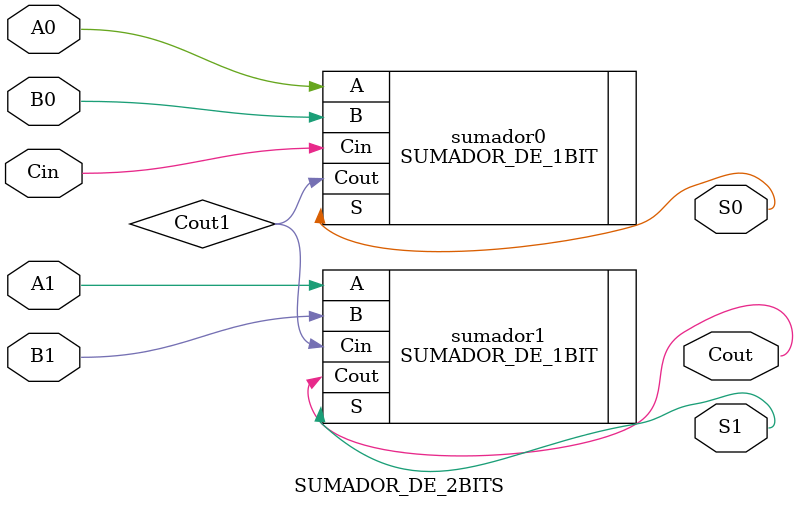
<source format=sv>
`timescale 1ns / 1ps


module SUMADOR_DE_2BITS(
    input logic A0, 
    input logic A1,
    input logic B0, 
    input logic B1,
    input logic Cin,
    output logic S0, 
    output logic S1,
    output logic Cout
);

    logic Cout1;

    // Sumador de bit 0
    SUMADOR_DE_1BIT sumador0(
        .A(A0), 
        .B(B0), 
        .Cin(Cin), 
        .S(S0), 
        .Cout(Cout1)
    );
    
    // Sumador de bit 1
    SUMADOR_DE_1BIT sumador1(
        .A(A1), 
        .B(B1), 
        .Cin(Cout1), 
        .S(S1), 
        .Cout(Cout)
    );
endmodule
</source>
